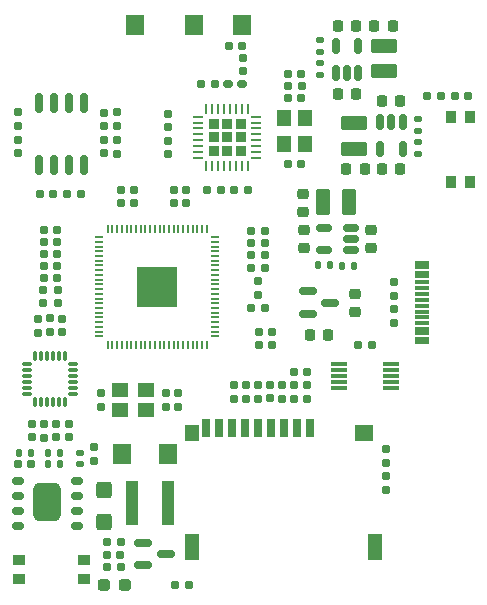
<source format=gbr>
%TF.GenerationSoftware,KiCad,Pcbnew,6.99.0-unknown-5a2f351f28~146~ubuntu20.04.1*%
%TF.CreationDate,2022-01-27T10:55:03+08:00*%
%TF.ProjectId,M5Pi,4d355069-2e6b-4696-9361-645f70636258,1.0*%
%TF.SameCoordinates,Original*%
%TF.FileFunction,Paste,Top*%
%TF.FilePolarity,Positive*%
%FSLAX46Y46*%
G04 Gerber Fmt 4.6, Leading zero omitted, Abs format (unit mm)*
G04 Created by KiCad (PCBNEW 6.99.0-unknown-5a2f351f28~146~ubuntu20.04.1) date 2022-01-27 10:55:03*
%MOMM*%
%LPD*%
G01*
G04 APERTURE LIST*
G04 Aperture macros list*
%AMRoundRect*
0 Rectangle with rounded corners*
0 $1 Rounding radius*
0 $2 $3 $4 $5 $6 $7 $8 $9 X,Y pos of 4 corners*
0 Add a 4 corners polygon primitive as box body*
4,1,4,$2,$3,$4,$5,$6,$7,$8,$9,$2,$3,0*
0 Add four circle primitives for the rounded corners*
1,1,$1+$1,$2,$3*
1,1,$1+$1,$4,$5*
1,1,$1+$1,$6,$7*
1,1,$1+$1,$8,$9*
0 Add four rect primitives between the rounded corners*
20,1,$1+$1,$2,$3,$4,$5,0*
20,1,$1+$1,$4,$5,$6,$7,0*
20,1,$1+$1,$6,$7,$8,$9,0*
20,1,$1+$1,$8,$9,$2,$3,0*%
G04 Aperture macros list end*
%ADD10RoundRect,0.155000X0.212500X0.155000X-0.212500X0.155000X-0.212500X-0.155000X0.212500X-0.155000X0*%
%ADD11RoundRect,0.155000X-0.155000X0.212500X-0.155000X-0.212500X0.155000X-0.212500X0.155000X0.212500X0*%
%ADD12RoundRect,0.160000X-0.197500X-0.160000X0.197500X-0.160000X0.197500X0.160000X-0.197500X0.160000X0*%
%ADD13RoundRect,0.160000X-0.160000X0.197500X-0.160000X-0.197500X0.160000X-0.197500X0.160000X0.197500X0*%
%ADD14RoundRect,0.160000X0.160000X-0.197500X0.160000X0.197500X-0.160000X0.197500X-0.160000X-0.197500X0*%
%ADD15RoundRect,0.155000X-0.212500X-0.155000X0.212500X-0.155000X0.212500X0.155000X-0.212500X0.155000X0*%
%ADD16RoundRect,0.250000X0.850000X-0.375000X0.850000X0.375000X-0.850000X0.375000X-0.850000X-0.375000X0*%
%ADD17R,1.200000X1.400000*%
%ADD18R,1.200000X2.200000*%
%ADD19R,1.600000X1.400000*%
%ADD20R,0.700000X1.600000*%
%ADD21RoundRect,0.135000X-0.135000X-0.185000X0.135000X-0.185000X0.135000X0.185000X-0.135000X0.185000X0*%
%ADD22R,1.400000X0.300000*%
%ADD23RoundRect,0.155000X0.155000X-0.212500X0.155000X0.212500X-0.155000X0.212500X-0.155000X-0.212500X0*%
%ADD24RoundRect,0.225000X-0.225000X-0.250000X0.225000X-0.250000X0.225000X0.250000X-0.225000X0.250000X0*%
%ADD25RoundRect,0.150000X0.150000X-0.512500X0.150000X0.512500X-0.150000X0.512500X-0.150000X-0.512500X0*%
%ADD26RoundRect,0.150000X-0.150000X0.512500X-0.150000X-0.512500X0.150000X-0.512500X0.150000X0.512500X0*%
%ADD27RoundRect,0.160000X0.197500X0.160000X-0.197500X0.160000X-0.197500X-0.160000X0.197500X-0.160000X0*%
%ADD28RoundRect,0.160000X0.222500X0.160000X-0.222500X0.160000X-0.222500X-0.160000X0.222500X-0.160000X0*%
%ADD29RoundRect,0.225000X0.250000X-0.225000X0.250000X0.225000X-0.250000X0.225000X-0.250000X-0.225000X0*%
%ADD30RoundRect,0.135000X0.185000X-0.135000X0.185000X0.135000X-0.185000X0.135000X-0.185000X-0.135000X0*%
%ADD31R,1.100000X3.700000*%
%ADD32RoundRect,0.150000X0.350000X0.150000X-0.350000X0.150000X-0.350000X-0.150000X0.350000X-0.150000X0*%
%ADD33RoundRect,0.600000X-0.600000X1.050000X-0.600000X-1.050000X0.600000X-1.050000X0.600000X1.050000X0*%
%ADD34RoundRect,0.225000X-0.250000X0.225000X-0.250000X-0.225000X0.250000X-0.225000X0.250000X0.225000X0*%
%ADD35R,0.875000X1.100000*%
%ADD36RoundRect,0.075000X-0.350000X-0.075000X0.350000X-0.075000X0.350000X0.075000X-0.350000X0.075000X0*%
%ADD37RoundRect,0.075000X0.075000X-0.350000X0.075000X0.350000X-0.075000X0.350000X-0.075000X-0.350000X0*%
%ADD38RoundRect,0.225000X0.225000X0.250000X-0.225000X0.250000X-0.225000X-0.250000X0.225000X-0.250000X0*%
%ADD39RoundRect,0.150000X0.512500X0.150000X-0.512500X0.150000X-0.512500X-0.150000X0.512500X-0.150000X0*%
%ADD40RoundRect,0.237500X-0.287500X-0.237500X0.287500X-0.237500X0.287500X0.237500X-0.287500X0.237500X0*%
%ADD41R,1.150000X0.300000*%
%ADD42R,1.400000X1.200000*%
%ADD43RoundRect,0.150000X-0.587500X-0.150000X0.587500X-0.150000X0.587500X0.150000X-0.587500X0.150000X0*%
%ADD44RoundRect,0.232500X-0.232500X0.232500X-0.232500X-0.232500X0.232500X-0.232500X0.232500X0.232500X0*%
%ADD45RoundRect,0.062500X-0.062500X0.375000X-0.062500X-0.375000X0.062500X-0.375000X0.062500X0.375000X0*%
%ADD46RoundRect,0.062500X-0.375000X0.062500X-0.375000X-0.062500X0.375000X-0.062500X0.375000X0.062500X0*%
%ADD47RoundRect,0.250000X-0.425000X0.450000X-0.425000X-0.450000X0.425000X-0.450000X0.425000X0.450000X0*%
%ADD48RoundRect,0.135000X0.135000X0.185000X-0.135000X0.185000X-0.135000X-0.185000X0.135000X-0.185000X0*%
%ADD49RoundRect,0.147500X0.147500X0.172500X-0.147500X0.172500X-0.147500X-0.172500X0.147500X-0.172500X0*%
%ADD50O,0.200000X0.800000*%
%ADD51O,0.800000X0.200000*%
%ADD52R,3.420000X3.420000*%
%ADD53RoundRect,0.135000X-0.185000X0.135000X-0.185000X-0.135000X0.185000X-0.135000X0.185000X0.135000X0*%
%ADD54R,1.520000X1.680000*%
%ADD55RoundRect,0.150000X-0.150000X0.675000X-0.150000X-0.675000X0.150000X-0.675000X0.150000X0.675000X0*%
%ADD56R,1.498600X1.798320*%
%ADD57RoundRect,0.250000X0.375000X0.850000X-0.375000X0.850000X-0.375000X-0.850000X0.375000X-0.850000X0*%
%ADD58RoundRect,0.147500X0.172500X-0.147500X0.172500X0.147500X-0.172500X0.147500X-0.172500X-0.147500X0*%
%ADD59R,1.100000X0.875000*%
%ADD60RoundRect,0.250000X-0.850000X0.375000X-0.850000X-0.375000X0.850000X-0.375000X0.850000X0.375000X0*%
G04 APERTURE END LIST*
D10*
%TO.C,C5*%
X143800853Y-72401564D03*
X142665853Y-72401564D03*
%TD*%
D11*
%TO.C,C26*%
X126813353Y-97384064D03*
X126813353Y-98519064D03*
%TD*%
D10*
%TO.C,C21*%
X123123353Y-87621564D03*
X121988353Y-87621564D03*
%TD*%
D11*
%TO.C,C53*%
X126263353Y-101934064D03*
X126263353Y-103069064D03*
%TD*%
D12*
%TO.C,R19*%
X133065853Y-113601564D03*
X134260853Y-113601564D03*
%TD*%
D13*
%TO.C,R11*%
X142178353Y-96646564D03*
X142178353Y-97841564D03*
%TD*%
D11*
%TO.C,C14*%
X134013353Y-80134064D03*
X134013353Y-81269064D03*
%TD*%
D14*
%TO.C,R13*%
X140128353Y-97841564D03*
X140128353Y-96646564D03*
%TD*%
D11*
%TO.C,C47*%
X127123353Y-73616564D03*
X127123353Y-74751564D03*
%TD*%
D15*
%TO.C,C44*%
X121988353Y-86601564D03*
X123123353Y-86601564D03*
%TD*%
D16*
%TO.C,L1*%
X150813353Y-70096564D03*
X150813353Y-67946564D03*
%TD*%
D10*
%TO.C,C40*%
X140680853Y-84651564D03*
X139545853Y-84651564D03*
%TD*%
D14*
%TO.C,R6*%
X122513353Y-92219064D03*
X122513353Y-91024064D03*
%TD*%
D17*
%TO.C,J1*%
X134513352Y-100771563D03*
D18*
X134513352Y-110371563D03*
D19*
X149113352Y-100771563D03*
D18*
X150013352Y-110371563D03*
D20*
X144513352Y-100271563D03*
X143413352Y-100271563D03*
X142313352Y-100271563D03*
X141213352Y-100271563D03*
X140113352Y-100271563D03*
X139013352Y-100271563D03*
X137913352Y-100271563D03*
X136813352Y-100271563D03*
X135713352Y-100271563D03*
%TD*%
D21*
%TO.C,R25*%
X145195853Y-86551564D03*
X146215853Y-86551564D03*
%TD*%
D14*
%TO.C,R34*%
X128163353Y-77096564D03*
X128163353Y-75901564D03*
%TD*%
D22*
%TO.C,U1*%
X151373352Y-96891563D03*
X151373352Y-96391563D03*
X151373352Y-95891563D03*
X151373352Y-95391563D03*
X151373352Y-94891563D03*
X146973352Y-94891563D03*
X146973352Y-95391563D03*
X146973352Y-95891563D03*
X146973352Y-96391563D03*
X146973352Y-96891563D03*
%TD*%
D23*
%TO.C,C20*%
X128538353Y-81269064D03*
X128538353Y-80134064D03*
%TD*%
D10*
%TO.C,C12*%
X141330853Y-93301564D03*
X140195853Y-93301564D03*
%TD*%
D24*
%TO.C,C33*%
X149963353Y-66246564D03*
X151513353Y-66246564D03*
%TD*%
D13*
%TO.C,R32*%
X151000000Y-104402500D03*
X151000000Y-105597500D03*
%TD*%
D25*
%TO.C,U6*%
X146733353Y-70239064D03*
X147683353Y-70239064D03*
X148633353Y-70239064D03*
X148633353Y-67964064D03*
X146733353Y-67964064D03*
%TD*%
D12*
%TO.C,R10*%
X121958353Y-89691564D03*
X123153353Y-89691564D03*
%TD*%
D23*
%TO.C,C7*%
X132533353Y-77136564D03*
X132533353Y-76001564D03*
%TD*%
D26*
%TO.C,U7*%
X152363353Y-74376564D03*
X151413353Y-74376564D03*
X150463353Y-74376564D03*
X150463353Y-76651564D03*
X152363353Y-76651564D03*
%TD*%
D15*
%TO.C,C50*%
X156795853Y-72201564D03*
X157930853Y-72201564D03*
%TD*%
%TO.C,C22*%
X140195853Y-92201564D03*
X141330853Y-92201564D03*
%TD*%
D13*
%TO.C,Ri1*%
X119813353Y-73586564D03*
X119813353Y-74781564D03*
%TD*%
D27*
%TO.C,R30*%
X140710853Y-83601564D03*
X139515853Y-83601564D03*
%TD*%
D23*
%TO.C,Ci1*%
X119813353Y-77066564D03*
X119813353Y-75931564D03*
%TD*%
D14*
%TO.C,R16*%
X138113353Y-97841564D03*
X138113353Y-96646564D03*
%TD*%
D13*
%TO.C,R15*%
X144253353Y-96646564D03*
X144253353Y-97841564D03*
%TD*%
D28*
%TO.C,TBD1*%
X138758353Y-71151564D03*
X137613353Y-71151564D03*
%TD*%
D29*
%TO.C,C42*%
X148350853Y-90476564D03*
X148350853Y-88926564D03*
%TD*%
D13*
%TO.C,R8*%
X122033353Y-99936564D03*
X122033353Y-101131564D03*
%TD*%
%TO.C,R4*%
X151613353Y-87956564D03*
X151613353Y-89151564D03*
%TD*%
D14*
%TO.C,R7*%
X121463353Y-92249064D03*
X121463353Y-91054064D03*
%TD*%
D13*
%TO.C,R35*%
X128153353Y-73586564D03*
X128153353Y-74781564D03*
%TD*%
D30*
%TO.C,R24*%
X153693353Y-75159064D03*
X153693353Y-74139064D03*
%TD*%
D10*
%TO.C,C1*%
X144280853Y-95601564D03*
X143145853Y-95601564D03*
%TD*%
D12*
%TO.C,R9*%
X121958353Y-88651564D03*
X123153353Y-88651564D03*
%TD*%
D27*
%TO.C,R36*%
X155660853Y-72201564D03*
X154465853Y-72201564D03*
%TD*%
D11*
%TO.C,C3*%
X138813353Y-68984064D03*
X138813353Y-70119064D03*
%TD*%
D13*
%TO.C,R3*%
X151613353Y-90254064D03*
X151613353Y-91449064D03*
%TD*%
D31*
%TO.C,L4*%
X132463352Y-106701563D03*
X129463352Y-106701563D03*
%TD*%
D32*
%TO.C,U10*%
X124763353Y-108606564D03*
X124763353Y-107336564D03*
X124763353Y-106066564D03*
X124763353Y-104796564D03*
X119763353Y-104796564D03*
X119763353Y-106066564D03*
X119763353Y-107336564D03*
X119763353Y-108606564D03*
D33*
X122263353Y-106601564D03*
%TD*%
D12*
%TO.C,R5*%
X142635853Y-71361564D03*
X143830853Y-71361564D03*
%TD*%
D27*
%TO.C,R18*%
X128508353Y-112061564D03*
X127313353Y-112061564D03*
%TD*%
D34*
%TO.C,C37*%
X143985853Y-83526564D03*
X143985853Y-85076564D03*
%TD*%
D14*
%TO.C,R37*%
X151000000Y-103297500D03*
X151000000Y-102102500D03*
%TD*%
D35*
%TO.C,SW2*%
X158076352Y-73941563D03*
X158076352Y-79441563D03*
X156451352Y-73941563D03*
X156451352Y-79441563D03*
%TD*%
D36*
%TO.C,U4*%
X120583353Y-94891564D03*
X120583353Y-95391564D03*
X120583353Y-95891564D03*
X120583353Y-96391564D03*
X120583353Y-96891564D03*
X120583353Y-97391564D03*
D37*
X121283353Y-98091564D03*
X121783353Y-98091564D03*
X122283353Y-98091564D03*
X122783353Y-98091564D03*
X123283353Y-98091564D03*
X123783353Y-98091564D03*
D36*
X124483353Y-97391564D03*
X124483353Y-96891564D03*
X124483353Y-96391564D03*
X124483353Y-95891564D03*
X124483353Y-95391564D03*
X124483353Y-94891564D03*
D37*
X123783353Y-94191564D03*
X123283353Y-94191564D03*
X122783353Y-94191564D03*
X122283353Y-94191564D03*
X121783353Y-94191564D03*
X121283353Y-94191564D03*
%TD*%
D15*
%TO.C,C8*%
X142665853Y-70321564D03*
X143800853Y-70321564D03*
%TD*%
D38*
%TO.C,C38*%
X149163353Y-78359064D03*
X147613353Y-78359064D03*
%TD*%
D15*
%TO.C,C49*%
X121675853Y-80541564D03*
X122810853Y-80541564D03*
%TD*%
D39*
%TO.C,U8*%
X147963353Y-85251564D03*
X147963353Y-84301564D03*
X147963353Y-83351564D03*
X145688353Y-83351564D03*
X145688353Y-85251564D03*
%TD*%
D12*
%TO.C,R17*%
X127313353Y-109991564D03*
X128508353Y-109991564D03*
%TD*%
D40*
%TO.C,D1*%
X127088353Y-113601564D03*
X128838353Y-113601564D03*
%TD*%
D24*
%TO.C,C36*%
X150638353Y-78359064D03*
X152188353Y-78359064D03*
%TD*%
D23*
%TO.C,C11*%
X133388353Y-98519064D03*
X133388353Y-97384064D03*
%TD*%
D38*
%TO.C,C32*%
X148458353Y-66251564D03*
X146908353Y-66251564D03*
%TD*%
D13*
%TO.C,R12*%
X143203353Y-96646564D03*
X143203353Y-97841564D03*
%TD*%
D23*
%TO.C,C18*%
X123558353Y-92189064D03*
X123558353Y-91054064D03*
%TD*%
D15*
%TO.C,C28*%
X127343353Y-111031564D03*
X128478353Y-111031564D03*
%TD*%
D41*
%TO.C,UART1*%
X153993352Y-93051563D03*
X153993352Y-92251563D03*
X153993352Y-90951563D03*
X153993352Y-89951563D03*
X153993352Y-89451563D03*
X153993352Y-88451563D03*
X153993352Y-87151563D03*
X153993352Y-86351563D03*
X153993352Y-86651563D03*
X153993352Y-87451563D03*
X153993352Y-87951563D03*
X153993352Y-88951563D03*
X153993352Y-90451563D03*
X153993352Y-91451563D03*
X153993352Y-91951563D03*
X153993352Y-92751563D03*
%TD*%
D10*
%TO.C,C13*%
X140700853Y-90121564D03*
X139565853Y-90121564D03*
%TD*%
D42*
%TO.C,Y2*%
X128463352Y-98801563D03*
X130663352Y-98801563D03*
X130663352Y-97101563D03*
X128463352Y-97101563D03*
%TD*%
D10*
%TO.C,C41*%
X140680853Y-86751564D03*
X139545853Y-86751564D03*
%TD*%
D29*
%TO.C,C39*%
X143970853Y-82041564D03*
X143970853Y-80491564D03*
%TD*%
D43*
%TO.C,U9*%
X144325853Y-88751564D03*
X144325853Y-90651564D03*
X146200853Y-89701564D03*
%TD*%
D27*
%TO.C,R29*%
X139288353Y-80181564D03*
X138093353Y-80181564D03*
%TD*%
D10*
%TO.C,C51*%
X120898353Y-103401564D03*
X119763353Y-103401564D03*
%TD*%
D11*
%TO.C,C17*%
X124083353Y-99966564D03*
X124083353Y-101101564D03*
%TD*%
D27*
%TO.C,R31*%
X140710853Y-85701564D03*
X139515853Y-85701564D03*
%TD*%
D44*
%TO.C,U2*%
X138663353Y-74551564D03*
X137513353Y-74551564D03*
X136363353Y-74551564D03*
X138663353Y-75701564D03*
X137513353Y-75701564D03*
X136363353Y-75701564D03*
X138663353Y-76851564D03*
X137513353Y-76851564D03*
X136363353Y-76851564D03*
D45*
X139263353Y-73264064D03*
X138763353Y-73264064D03*
X138263353Y-73264064D03*
X137763353Y-73264064D03*
X137263353Y-73264064D03*
X136763353Y-73264064D03*
X136263353Y-73264064D03*
X135763353Y-73264064D03*
D46*
X135075853Y-73951564D03*
X135075853Y-74451564D03*
X135075853Y-74951564D03*
X135075853Y-75451564D03*
X135075853Y-75951564D03*
X135075853Y-76451564D03*
X135075853Y-76951564D03*
X135075853Y-77451564D03*
D45*
X135763353Y-78139064D03*
X136263353Y-78139064D03*
X136763353Y-78139064D03*
X137263353Y-78139064D03*
X137763353Y-78139064D03*
X138263353Y-78139064D03*
X138763353Y-78139064D03*
X139263353Y-78139064D03*
D46*
X139950853Y-77451564D03*
X139950853Y-76951564D03*
X139950853Y-76451564D03*
X139950853Y-75951564D03*
X139950853Y-75451564D03*
X139950853Y-74951564D03*
X139950853Y-74451564D03*
X139950853Y-73951564D03*
%TD*%
D47*
%TO.C,C56*%
X127113353Y-105551564D03*
X127113353Y-108251564D03*
%TD*%
D15*
%TO.C,C48*%
X123983353Y-80541564D03*
X125118353Y-80541564D03*
%TD*%
D48*
%TO.C,R2*%
X123373353Y-103401564D03*
X122353353Y-103401564D03*
%TD*%
D49*
%TO.C,D2*%
X123348353Y-102401564D03*
X122378353Y-102401564D03*
%TD*%
D50*
%TO.C,U3*%
X135793352Y-83451563D03*
X135393352Y-83451563D03*
X134993352Y-83451563D03*
X134593352Y-83451563D03*
X134193352Y-83451563D03*
X133793352Y-83451563D03*
X133393352Y-83451563D03*
X132993352Y-83451563D03*
X132593352Y-83451563D03*
X132193352Y-83451563D03*
X131793352Y-83451563D03*
X131393352Y-83451563D03*
X130993352Y-83451563D03*
X130593352Y-83451563D03*
X130193352Y-83451563D03*
X129793352Y-83451563D03*
X129393352Y-83451563D03*
X128993352Y-83451563D03*
X128593352Y-83451563D03*
X128193352Y-83451563D03*
X127793352Y-83451563D03*
X127393352Y-83451563D03*
D51*
X126693352Y-84151563D03*
X126693352Y-84551563D03*
X126693352Y-84951563D03*
X126693352Y-85351563D03*
X126693352Y-85751563D03*
X126693352Y-86151563D03*
X126693352Y-86551563D03*
X126693352Y-86951563D03*
X126693352Y-87351563D03*
X126693352Y-87751563D03*
X126693352Y-88151563D03*
X126693352Y-88551563D03*
X126693352Y-88951563D03*
X126693352Y-89351563D03*
X126693352Y-89751563D03*
X126693352Y-90151563D03*
X126693352Y-90551563D03*
X126693352Y-90951563D03*
X126693352Y-91351563D03*
X126693352Y-91751563D03*
X126693352Y-92151563D03*
X126693352Y-92551563D03*
D50*
X127393352Y-93251563D03*
X127793352Y-93251563D03*
X128193352Y-93251563D03*
X128593352Y-93251563D03*
X128993352Y-93251563D03*
X129393352Y-93251563D03*
X129793352Y-93251563D03*
X130193352Y-93251563D03*
X130593352Y-93251563D03*
X130993352Y-93251563D03*
X131393352Y-93251563D03*
X131793352Y-93251563D03*
X132193352Y-93251563D03*
X132593352Y-93251563D03*
X132993352Y-93251563D03*
X133393352Y-93251563D03*
X133793352Y-93251563D03*
X134193352Y-93251563D03*
X134593352Y-93251563D03*
X134993352Y-93251563D03*
X135393352Y-93251563D03*
X135793352Y-93251563D03*
D51*
X136493352Y-92551563D03*
X136493352Y-92151563D03*
X136493352Y-91751563D03*
X136493352Y-91351563D03*
X136493352Y-90951563D03*
X136493352Y-90551563D03*
X136493352Y-90151563D03*
X136493352Y-89751563D03*
X136493352Y-89351563D03*
X136493352Y-88951563D03*
X136493352Y-88551563D03*
X136493352Y-88151563D03*
X136493352Y-87751563D03*
X136493352Y-87351563D03*
X136493352Y-86951563D03*
X136493352Y-86551563D03*
X136493352Y-86151563D03*
X136493352Y-85751563D03*
X136493352Y-85351563D03*
X136493352Y-84951563D03*
X136493352Y-84551563D03*
X136493352Y-84151563D03*
D52*
X131593352Y-88351563D03*
%TD*%
D23*
%TO.C,C6*%
X132533353Y-74859064D03*
X132533353Y-73724064D03*
%TD*%
D24*
%TO.C,C43*%
X144488353Y-92451564D03*
X146038353Y-92451564D03*
%TD*%
D30*
%TO.C,R23*%
X153693353Y-77119064D03*
X153693353Y-76099064D03*
%TD*%
D24*
%TO.C,C31*%
X146888353Y-72001564D03*
X148438353Y-72001564D03*
%TD*%
D11*
%TO.C,C16*%
X120993353Y-99966564D03*
X120993353Y-101101564D03*
%TD*%
D10*
%TO.C,C45*%
X123123353Y-85581564D03*
X121988353Y-85581564D03*
%TD*%
D14*
%TO.C,R14*%
X139129353Y-97841564D03*
X139129353Y-96646564D03*
%TD*%
D53*
%TO.C,R21*%
X145403353Y-67476564D03*
X145403353Y-68496564D03*
%TD*%
D54*
%TO.C,D4*%
X128613352Y-102501563D03*
X132513352Y-102501563D03*
%TD*%
D23*
%TO.C,C27*%
X141153353Y-97811564D03*
X141153353Y-96676564D03*
%TD*%
D21*
%TO.C,R1*%
X119853353Y-102401564D03*
X120873353Y-102401564D03*
%TD*%
D10*
%TO.C,C23*%
X123123353Y-83531564D03*
X121988353Y-83531564D03*
%TD*%
D15*
%TO.C,C4*%
X142670853Y-78001564D03*
X143805853Y-78001564D03*
%TD*%
D43*
%TO.C,Q1*%
X130425853Y-110051564D03*
X130425853Y-111951564D03*
X132300853Y-111001564D03*
%TD*%
D12*
%TO.C,R28*%
X135768353Y-80181564D03*
X136963353Y-80181564D03*
%TD*%
D27*
%TO.C,R27*%
X136508353Y-71151564D03*
X135313353Y-71151564D03*
%TD*%
D55*
%TO.C,U5*%
X125383353Y-72781564D03*
X124113353Y-72781564D03*
X122843353Y-72781564D03*
X121573353Y-72781564D03*
X121573353Y-78031564D03*
X122843353Y-78031564D03*
X124113353Y-78031564D03*
X125383353Y-78031564D03*
%TD*%
D21*
%TO.C,R26*%
X147195853Y-86561564D03*
X148215853Y-86561564D03*
%TD*%
D15*
%TO.C,C57*%
X137645853Y-67951564D03*
X138780853Y-67951564D03*
%TD*%
D11*
%TO.C,C10*%
X129663353Y-80134064D03*
X129663353Y-81269064D03*
%TD*%
%TO.C,C9*%
X133013353Y-80134064D03*
X133013353Y-81269064D03*
%TD*%
D56*
%TO.C,AE1*%
X138733812Y-66174366D03*
X129737132Y-66174366D03*
X134735472Y-66174366D03*
%TD*%
D57*
%TO.C,L3*%
X147820853Y-81141564D03*
X145670853Y-81141564D03*
%TD*%
D58*
%TO.C,D3*%
X125063353Y-103386564D03*
X125063353Y-102416564D03*
%TD*%
D23*
%TO.C,C46*%
X127123353Y-77066564D03*
X127123353Y-75931564D03*
%TD*%
D15*
%TO.C,C2*%
X148605853Y-93291564D03*
X149740853Y-93291564D03*
%TD*%
D53*
%TO.C,R22*%
X145403353Y-69436564D03*
X145403353Y-70456564D03*
%TD*%
D29*
%TO.C,C35*%
X149713353Y-85076564D03*
X149713353Y-83526564D03*
%TD*%
D11*
%TO.C,C19*%
X123063353Y-99966564D03*
X123063353Y-101101564D03*
%TD*%
%TO.C,C15*%
X140133353Y-87884064D03*
X140133353Y-89019064D03*
%TD*%
D59*
%TO.C,SW1*%
X125388352Y-113114563D03*
X119888352Y-113114563D03*
X125388352Y-111489563D03*
X119888352Y-111489563D03*
%TD*%
D38*
%TO.C,C34*%
X152188353Y-72614064D03*
X150638353Y-72614064D03*
%TD*%
D23*
%TO.C,C25*%
X132338353Y-98519064D03*
X132338353Y-97384064D03*
%TD*%
D10*
%TO.C,C24*%
X123123353Y-84561564D03*
X121988353Y-84561564D03*
%TD*%
D17*
%TO.C,Y1*%
X142363352Y-74101563D03*
X142363352Y-76301563D03*
X144063352Y-76301563D03*
X144063352Y-74101563D03*
%TD*%
D60*
%TO.C,L2*%
X148263353Y-74509064D03*
X148263353Y-76659064D03*
%TD*%
M02*

</source>
